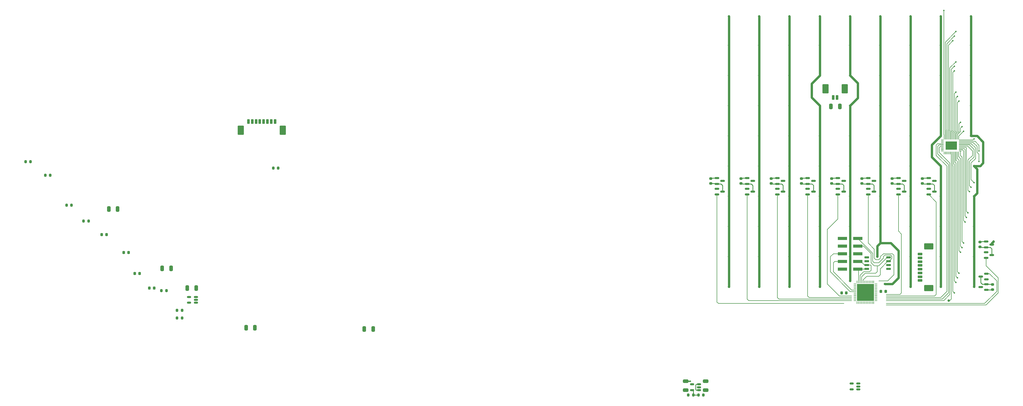
<source format=gbr>
%TF.GenerationSoftware,KiCad,Pcbnew,7.0.7+dfsg-1*%
%TF.CreationDate,2024-03-22T17:08:38+01:00*%
%TF.ProjectId,led_display,6c65645f-6469-4737-906c-61792e6b6963,rev?*%
%TF.SameCoordinates,Original*%
%TF.FileFunction,Copper,L2,Bot*%
%TF.FilePolarity,Positive*%
%FSLAX46Y46*%
G04 Gerber Fmt 4.6, Leading zero omitted, Abs format (unit mm)*
G04 Created by KiCad (PCBNEW 7.0.7+dfsg-1) date 2024-03-22 17:08:38*
%MOMM*%
%LPD*%
G01*
G04 APERTURE LIST*
G04 Aperture macros list*
%AMRoundRect*
0 Rectangle with rounded corners*
0 $1 Rounding radius*
0 $2 $3 $4 $5 $6 $7 $8 $9 X,Y pos of 4 corners*
0 Add a 4 corners polygon primitive as box body*
4,1,4,$2,$3,$4,$5,$6,$7,$8,$9,$2,$3,0*
0 Add four circle primitives for the rounded corners*
1,1,$1+$1,$2,$3*
1,1,$1+$1,$4,$5*
1,1,$1+$1,$6,$7*
1,1,$1+$1,$8,$9*
0 Add four rect primitives between the rounded corners*
20,1,$1+$1,$2,$3,$4,$5,0*
20,1,$1+$1,$4,$5,$6,$7,0*
20,1,$1+$1,$6,$7,$8,$9,0*
20,1,$1+$1,$8,$9,$2,$3,0*%
G04 Aperture macros list end*
%TA.AperFunction,SMDPad,CuDef*%
%ADD10RoundRect,0.250000X0.325000X0.650000X-0.325000X0.650000X-0.325000X-0.650000X0.325000X-0.650000X0*%
%TD*%
%TA.AperFunction,SMDPad,CuDef*%
%ADD11RoundRect,0.050000X-0.050000X0.362500X-0.050000X-0.362500X0.050000X-0.362500X0.050000X0.362500X0*%
%TD*%
%TA.AperFunction,SMDPad,CuDef*%
%ADD12RoundRect,0.050000X-0.362500X0.050000X-0.362500X-0.050000X0.362500X-0.050000X0.362500X0.050000X0*%
%TD*%
%TA.AperFunction,SMDPad,CuDef*%
%ADD13R,3.800000X2.800000*%
%TD*%
%TA.AperFunction,SMDPad,CuDef*%
%ADD14RoundRect,0.225000X-0.225000X-0.250000X0.225000X-0.250000X0.225000X0.250000X-0.225000X0.250000X0*%
%TD*%
%TA.AperFunction,SMDPad,CuDef*%
%ADD15RoundRect,0.150000X-0.587500X-0.150000X0.587500X-0.150000X0.587500X0.150000X-0.587500X0.150000X0*%
%TD*%
%TA.AperFunction,SMDPad,CuDef*%
%ADD16RoundRect,0.250000X0.650000X-0.325000X0.650000X0.325000X-0.650000X0.325000X-0.650000X-0.325000X0*%
%TD*%
%TA.AperFunction,SMDPad,CuDef*%
%ADD17RoundRect,0.200000X-0.275000X0.200000X-0.275000X-0.200000X0.275000X-0.200000X0.275000X0.200000X0*%
%TD*%
%TA.AperFunction,SMDPad,CuDef*%
%ADD18RoundRect,0.200000X0.200000X0.275000X-0.200000X0.275000X-0.200000X-0.275000X0.200000X-0.275000X0*%
%TD*%
%TA.AperFunction,SMDPad,CuDef*%
%ADD19RoundRect,0.225000X0.225000X0.250000X-0.225000X0.250000X-0.225000X-0.250000X0.225000X-0.250000X0*%
%TD*%
%TA.AperFunction,SMDPad,CuDef*%
%ADD20RoundRect,0.200000X-0.600000X0.200000X-0.600000X-0.200000X0.600000X-0.200000X0.600000X0.200000X0*%
%TD*%
%TA.AperFunction,SMDPad,CuDef*%
%ADD21RoundRect,0.250001X-1.249999X0.799999X-1.249999X-0.799999X1.249999X-0.799999X1.249999X0.799999X0*%
%TD*%
%TA.AperFunction,SMDPad,CuDef*%
%ADD22RoundRect,0.150000X0.587500X0.150000X-0.587500X0.150000X-0.587500X-0.150000X0.587500X-0.150000X0*%
%TD*%
%TA.AperFunction,SMDPad,CuDef*%
%ADD23RoundRect,0.200000X0.275000X-0.200000X0.275000X0.200000X-0.275000X0.200000X-0.275000X-0.200000X0*%
%TD*%
%TA.AperFunction,SMDPad,CuDef*%
%ADD24RoundRect,0.150000X0.512500X0.150000X-0.512500X0.150000X-0.512500X-0.150000X0.512500X-0.150000X0*%
%TD*%
%TA.AperFunction,SMDPad,CuDef*%
%ADD25RoundRect,0.200000X-0.200000X-0.275000X0.200000X-0.275000X0.200000X0.275000X-0.200000X0.275000X0*%
%TD*%
%TA.AperFunction,SMDPad,CuDef*%
%ADD26RoundRect,0.062500X-0.375000X-0.062500X0.375000X-0.062500X0.375000X0.062500X-0.375000X0.062500X0*%
%TD*%
%TA.AperFunction,SMDPad,CuDef*%
%ADD27RoundRect,0.062500X-0.062500X-0.375000X0.062500X-0.375000X0.062500X0.375000X-0.062500X0.375000X0*%
%TD*%
%TA.AperFunction,SMDPad,CuDef*%
%ADD28R,5.600000X5.600000*%
%TD*%
%TA.AperFunction,SMDPad,CuDef*%
%ADD29RoundRect,0.250000X-0.650000X0.325000X-0.650000X-0.325000X0.650000X-0.325000X0.650000X0.325000X0*%
%TD*%
%TA.AperFunction,SMDPad,CuDef*%
%ADD30RoundRect,0.200000X0.200000X0.600000X-0.200000X0.600000X-0.200000X-0.600000X0.200000X-0.600000X0*%
%TD*%
%TA.AperFunction,SMDPad,CuDef*%
%ADD31RoundRect,0.250001X0.799999X1.249999X-0.799999X1.249999X-0.799999X-1.249999X0.799999X-1.249999X0*%
%TD*%
%TA.AperFunction,SMDPad,CuDef*%
%ADD32RoundRect,0.150000X0.650000X0.150000X-0.650000X0.150000X-0.650000X-0.150000X0.650000X-0.150000X0*%
%TD*%
%TA.AperFunction,SMDPad,CuDef*%
%ADD33R,3.150000X1.000000*%
%TD*%
%TA.AperFunction,SMDPad,CuDef*%
%ADD34RoundRect,0.200000X-0.200000X-0.600000X0.200000X-0.600000X0.200000X0.600000X-0.200000X0.600000X0*%
%TD*%
%TA.AperFunction,SMDPad,CuDef*%
%ADD35RoundRect,0.250001X-0.799999X-1.249999X0.799999X-1.249999X0.799999X1.249999X-0.799999X1.249999X0*%
%TD*%
%TA.AperFunction,ViaPad*%
%ADD36C,0.500000*%
%TD*%
%TA.AperFunction,ViaPad*%
%ADD37C,0.800000*%
%TD*%
%TA.AperFunction,Conductor*%
%ADD38C,0.400000*%
%TD*%
%TA.AperFunction,Conductor*%
%ADD39C,0.250000*%
%TD*%
%TA.AperFunction,Conductor*%
%ADD40C,0.762000*%
%TD*%
%TA.AperFunction,Conductor*%
%ADD41C,0.200000*%
%TD*%
G04 APERTURE END LIST*
D10*
%TO.P,C8,1*%
%TO.N,+5V*%
X-86102620Y-118400000D03*
%TO.P,C8,2*%
%TO.N,GND*%
X-89052620Y-118400000D03*
%TD*%
D11*
%TO.P,U1,1,OUT0*%
%TO.N,Net-(D1-RK)*%
X161100000Y-68737500D03*
%TO.P,U1,2,OUT1*%
%TO.N,Net-(D1-GK)*%
X161500000Y-68737500D03*
%TO.P,U1,3,OUT2*%
%TO.N,Net-(D1-BK)*%
X161900000Y-68737500D03*
%TO.P,U1,4,OUT3*%
%TO.N,Net-(D11-RK)*%
X162300000Y-68737500D03*
%TO.P,U1,5,OUT4*%
%TO.N,Net-(D11-GK)*%
X162700000Y-68737500D03*
%TO.P,U1,6,OUT5*%
%TO.N,Net-(D11-BK)*%
X163100000Y-68737500D03*
%TO.P,U1,7,OUT6*%
%TO.N,Net-(D21-RK)*%
X163500000Y-68737500D03*
%TO.P,U1,8,OUT7*%
%TO.N,Net-(D21-GK)*%
X163900000Y-68737500D03*
%TO.P,U1,9,OUT8*%
%TO.N,Net-(D21-BK)*%
X164300000Y-68737500D03*
%TO.P,U1,10,OUT9*%
%TO.N,Net-(D31-RK)*%
X164700000Y-68737500D03*
%TO.P,U1,11,OUT10*%
%TO.N,Net-(D31-GK)*%
X165100000Y-68737500D03*
%TO.P,U1,12,OUT11*%
%TO.N,Net-(D31-BK)*%
X165500000Y-68737500D03*
%TO.P,U1,13,OUT12*%
%TO.N,Net-(D41-RK)*%
X165900000Y-68737500D03*
D12*
%TO.P,U1,14,OUT13*%
%TO.N,Net-(D41-GK)*%
X166462500Y-69400000D03*
%TO.P,U1,15,OUT14*%
%TO.N,Net-(D41-BK)*%
X166462500Y-69800000D03*
%TO.P,U1,16,OUT15*%
%TO.N,Net-(D51-RK)*%
X166462500Y-70200000D03*
%TO.P,U1,17,OUT16*%
%TO.N,Net-(D51-GK)*%
X166462500Y-70600000D03*
%TO.P,U1,18,OUT17*%
%TO.N,Net-(D51-BK)*%
X166462500Y-71000000D03*
%TO.P,U1,19,OUT18*%
%TO.N,Net-(D61-RK)*%
X166462500Y-71400000D03*
%TO.P,U1,20,OUT19*%
%TO.N,Net-(D61-GK)*%
X166462500Y-71800000D03*
%TO.P,U1,21,OUT20*%
%TO.N,Net-(D61-BK)*%
X166462500Y-72200000D03*
%TO.P,U1,22,OUT21*%
%TO.N,Net-(D71-RK)*%
X166462500Y-72600000D03*
%TO.P,U1,23,OUT22*%
%TO.N,Net-(D71-GK)*%
X166462500Y-73000000D03*
D11*
%TO.P,U1,24,OUT23*%
%TO.N,Net-(D71-BK)*%
X165900000Y-73662500D03*
%TO.P,U1,25,OUT24*%
%TO.N,Net-(D81-RK)*%
X165500000Y-73662500D03*
%TO.P,U1,26,OUT25*%
%TO.N,Net-(D81-GK)*%
X165100000Y-73662500D03*
%TO.P,U1,27,OUT26*%
%TO.N,Net-(D81-BK)*%
X164700000Y-73662500D03*
%TO.P,U1,28,OUT27*%
%TO.N,Net-(D100-RK)*%
X164300000Y-73662500D03*
%TO.P,U1,29,OUT28*%
%TO.N,Net-(D100-GK)*%
X163900000Y-73662500D03*
%TO.P,U1,30,OUT29*%
%TO.N,Net-(D100-BK)*%
X163500000Y-73662500D03*
%TO.P,U1,31,OUT30*%
%TO.N,unconnected-(U1-OUT30-Pad31)*%
X163100000Y-73662500D03*
%TO.P,U1,32,OUT31*%
%TO.N,unconnected-(U1-OUT31-Pad32)*%
X162700000Y-73662500D03*
%TO.P,U1,33,OUT32*%
%TO.N,unconnected-(U1-OUT32-Pad33)*%
X162300000Y-73662500D03*
%TO.P,U1,34,OUT33*%
%TO.N,unconnected-(U1-OUT33-Pad34)*%
X161900000Y-73662500D03*
%TO.P,U1,35,OUT34*%
%TO.N,unconnected-(U1-OUT34-Pad35)*%
X161500000Y-73662500D03*
%TO.P,U1,36,OUT35*%
%TO.N,unconnected-(U1-OUT35-Pad36)*%
X161100000Y-73662500D03*
D12*
%TO.P,U1,37,GND*%
%TO.N,GND*%
X160537500Y-73000000D03*
%TO.P,U1,38,ADDR0*%
X160537500Y-72600000D03*
%TO.P,U1,39,ADDR1*%
X160537500Y-72200000D03*
%TO.P,U1,40,VCC*%
%TO.N,+5V*%
X160537500Y-71800000D03*
%TO.P,U1,41,SDA*%
%TO.N,/DRIVER_SDA*%
X160537500Y-71400000D03*
%TO.P,U1,42,SCL*%
%TO.N,/DRIVER_SCL*%
X160537500Y-71000000D03*
%TO.P,U1,43,EN*%
%TO.N,/DRIVER_EN*%
X160537500Y-70600000D03*
%TO.P,U1,44,IREF*%
%TO.N,Net-(U1-IREF)*%
X160537500Y-70200000D03*
%TO.P,U1,45,VCAP*%
%TO.N,Net-(U1-VCAP)*%
X160537500Y-69800000D03*
%TO.P,U1,46,GND*%
%TO.N,GND*%
X160537500Y-69400000D03*
D13*
%TO.P,U1,47,GND*%
X163500000Y-71200000D03*
%TD*%
D14*
%TO.P,C6,1*%
%TO.N,+1V2*%
X140225000Y-119500000D03*
%TO.P,C6,2*%
%TO.N,GND*%
X141775000Y-119500000D03*
%TD*%
D15*
%TO.P,Q20,1,G*%
%TO.N,EN_ROW9*%
X175000000Y-108400000D03*
%TO.P,Q20,2,S*%
%TO.N,GND*%
X175000000Y-106500000D03*
%TO.P,Q20,3,D*%
%TO.N,Net-(Q10-G)*%
X176875000Y-107450000D03*
%TD*%
%TO.P,Q15,1,G*%
%TO.N,EN_ROW4*%
X126000000Y-87400000D03*
%TO.P,Q15,2,S*%
%TO.N,GND*%
X126000000Y-85500000D03*
%TO.P,Q15,3,D*%
%TO.N,Net-(Q15-D)*%
X127875000Y-86450000D03*
%TD*%
%TO.P,Q18,1,G*%
%TO.N,EN_ROW7*%
X156000000Y-87400000D03*
%TO.P,Q18,2,S*%
%TO.N,GND*%
X156000000Y-85500000D03*
%TO.P,Q18,3,D*%
%TO.N,Net-(Q18-D)*%
X157875000Y-86450000D03*
%TD*%
D16*
%TO.P,C11,1*%
%TO.N,+3.3V*%
X75644000Y-152167000D03*
%TO.P,C11,2*%
%TO.N,GND*%
X75644000Y-149217000D03*
%TD*%
D17*
%TO.P,R9,1*%
%TO.N,+5V*%
X153937500Y-82125000D03*
%TO.P,R9,2*%
%TO.N,Net-(Q18-D)*%
X153937500Y-83775000D03*
%TD*%
D18*
%TO.P,R18,1*%
%TO.N,Net-(U4-ADJ)*%
X-121702620Y-96230000D03*
%TO.P,R18,2*%
%TO.N,GND*%
X-123352620Y-96230000D03*
%TD*%
D19*
%TO.P,C14,1*%
%TO.N,+3.3V*%
X-104872620Y-113580000D03*
%TO.P,C14,2*%
%TO.N,GND*%
X-106422620Y-113580000D03*
%TD*%
D15*
%TO.P,Q8,1,G*%
%TO.N,Net-(Q18-D)*%
X156000000Y-83900000D03*
%TO.P,Q8,2,S*%
%TO.N,+5V*%
X156000000Y-82000000D03*
%TO.P,Q8,3,D*%
%TO.N,Net-(D18-BA)*%
X157875000Y-82950000D03*
%TD*%
D17*
%TO.P,R7,1*%
%TO.N,+5V*%
X133937500Y-82125000D03*
%TO.P,R7,2*%
%TO.N,Net-(Q16-D)*%
X133937500Y-83775000D03*
%TD*%
D15*
%TO.P,Q1,1,G*%
%TO.N,Net-(Q1-G)*%
X86000000Y-83900000D03*
%TO.P,Q1,2,S*%
%TO.N,+5V*%
X86000000Y-82000000D03*
%TO.P,Q1,3,D*%
%TO.N,Net-(D1-BA)*%
X87875000Y-82950000D03*
%TD*%
D18*
%TO.P,R19,1*%
%TO.N,+1V2*%
X-134372620Y-81030000D03*
%TO.P,R19,2*%
%TO.N,Net-(U5-ADJ)*%
X-136022620Y-81030000D03*
%TD*%
%TO.P,R1,1*%
%TO.N,Net-(U1-IREF)*%
X-95972620Y-119230000D03*
%TO.P,R1,2*%
%TO.N,GND*%
X-97622620Y-119230000D03*
%TD*%
D20*
%TO.P,J3,1,Pin_1*%
%TO.N,unconnected-(J3-Pin_1-Pad1)*%
X153100000Y-107125000D03*
%TO.P,J3,2,Pin_2*%
%TO.N,unconnected-(J3-Pin_2-Pad2)*%
X153100000Y-108375000D03*
%TO.P,J3,3,Pin_3*%
%TO.N,unconnected-(J3-Pin_3-Pad3)*%
X153100000Y-109625000D03*
%TO.P,J3,4,Pin_4*%
%TO.N,unconnected-(J3-Pin_4-Pad4)*%
X153100000Y-110875000D03*
%TO.P,J3,5,Pin_5*%
%TO.N,unconnected-(J3-Pin_5-Pad5)*%
X153100000Y-112125000D03*
%TO.P,J3,6,Pin_6*%
%TO.N,unconnected-(J3-Pin_6-Pad6)*%
X153100000Y-113375000D03*
%TO.P,J3,7,Pin_7*%
%TO.N,unconnected-(J3-Pin_7-Pad7)*%
X153100000Y-114625000D03*
%TO.P,J3,8,Pin_8*%
%TO.N,unconnected-(J3-Pin_8-Pad8)*%
X153100000Y-115875000D03*
D21*
%TO.P,J3,MP*%
%TO.N,N/C*%
X156000000Y-104575000D03*
X156000000Y-118425000D03*
%TD*%
D15*
%TO.P,Q3,1,G*%
%TO.N,Net-(Q13-D)*%
X106000000Y-83900000D03*
%TO.P,Q3,2,S*%
%TO.N,+5V*%
X106000000Y-82000000D03*
%TO.P,Q3,3,D*%
%TO.N,Net-(D13-BA)*%
X107875000Y-82950000D03*
%TD*%
D17*
%TO.P,R5,1*%
%TO.N,+5V*%
X113937500Y-82125000D03*
%TO.P,R5,2*%
%TO.N,Net-(Q14-D)*%
X113937500Y-83775000D03*
%TD*%
D18*
%TO.P,R12,1*%
%TO.N,+3.3V*%
X-90822620Y-125780000D03*
%TO.P,R12,2*%
%TO.N,/DRIVER_SDA*%
X-92472620Y-125780000D03*
%TD*%
D10*
%TO.P,C13,1*%
%TO.N,+1V2*%
X-66702620Y-131500000D03*
%TO.P,C13,2*%
%TO.N,GND*%
X-69652620Y-131500000D03*
%TD*%
D19*
%TO.P,C5,1*%
%TO.N,+1V2*%
X128775000Y-120000000D03*
%TO.P,C5,2*%
%TO.N,GND*%
X127225000Y-120000000D03*
%TD*%
D15*
%TO.P,Q16,1,G*%
%TO.N,EN_ROW5*%
X136000000Y-87400000D03*
%TO.P,Q16,2,S*%
%TO.N,GND*%
X136000000Y-85500000D03*
%TO.P,Q16,3,D*%
%TO.N,Net-(Q16-D)*%
X137875000Y-86450000D03*
%TD*%
%TO.P,Q13,1,G*%
%TO.N,EN_ROW2*%
X106000000Y-87400000D03*
%TO.P,Q13,2,S*%
%TO.N,GND*%
X106000000Y-85500000D03*
%TO.P,Q13,3,D*%
%TO.N,Net-(Q13-D)*%
X107875000Y-86450000D03*
%TD*%
%TO.P,Q2,1,G*%
%TO.N,Net-(Q12-D)*%
X96000000Y-83900000D03*
%TO.P,Q2,2,S*%
%TO.N,+5V*%
X96000000Y-82000000D03*
%TO.P,Q2,3,D*%
%TO.N,Net-(D12-BA)*%
X97875000Y-82950000D03*
%TD*%
D17*
%TO.P,R6,1*%
%TO.N,+5V*%
X123937500Y-82125000D03*
%TO.P,R6,2*%
%TO.N,Net-(Q15-D)*%
X123937500Y-83775000D03*
%TD*%
D10*
%TO.P,C12,1*%
%TO.N,+2V5*%
X-112092620Y-92200000D03*
%TO.P,C12,2*%
%TO.N,GND*%
X-115042620Y-92200000D03*
%TD*%
D18*
%TO.P,R13,1*%
%TO.N,+3.3V*%
X-127352620Y-90930000D03*
%TO.P,R13,2*%
%TO.N,/DRIVER_SCL*%
X-129002620Y-90930000D03*
%TD*%
D10*
%TO.P,C2,1*%
%TO.N,Net-(U1-VCAP)*%
X-94452620Y-111850000D03*
%TO.P,C2,2*%
%TO.N,GND*%
X-97402620Y-111850000D03*
%TD*%
D22*
%TO.P,Q9,1,G*%
%TO.N,Net-(Q19-D)*%
X175062500Y-117100000D03*
%TO.P,Q9,2,S*%
%TO.N,+5V*%
X175062500Y-119000000D03*
%TO.P,Q9,3,D*%
%TO.N,Net-(D19-BA)*%
X173187500Y-118050000D03*
%TD*%
D23*
%TO.P,R10,1*%
%TO.N,+5V*%
X177125000Y-118875000D03*
%TO.P,R10,2*%
%TO.N,Net-(Q19-D)*%
X177125000Y-117225000D03*
%TD*%
D24*
%TO.P,U4,1,VIN*%
%TO.N,+5V*%
X132775000Y-150000000D03*
%TO.P,U4,2,GND*%
%TO.N,GND*%
X132775000Y-150950000D03*
%TO.P,U4,3,EN*%
%TO.N,+5V*%
X132775000Y-151900000D03*
%TO.P,U4,4,ADJ*%
%TO.N,Net-(U4-ADJ)*%
X130500000Y-151900000D03*
%TO.P,U4,5,VOUT*%
%TO.N,+2V5*%
X130500000Y-150000000D03*
%TD*%
D15*
%TO.P,Q17,1,G*%
%TO.N,EN_ROW6*%
X146000000Y-87400000D03*
%TO.P,Q17,2,S*%
%TO.N,GND*%
X146000000Y-85500000D03*
%TO.P,Q17,3,D*%
%TO.N,Net-(Q17-D)*%
X147875000Y-86450000D03*
%TD*%
D22*
%TO.P,Q19,1,G*%
%TO.N,EN_ROW8*%
X175062500Y-113600000D03*
%TO.P,Q19,2,S*%
%TO.N,GND*%
X175062500Y-115500000D03*
%TO.P,Q19,3,D*%
%TO.N,Net-(Q19-D)*%
X173187500Y-114550000D03*
%TD*%
D24*
%TO.P,U5,1,VIN*%
%TO.N,+5V*%
X-86190120Y-121350000D03*
%TO.P,U5,2,GND*%
%TO.N,GND*%
X-86190120Y-122300000D03*
%TO.P,U5,3,EN*%
%TO.N,+5V*%
X-86190120Y-123250000D03*
%TO.P,U5,4,ADJ*%
%TO.N,Net-(U5-ADJ)*%
X-88465120Y-123250000D03*
%TO.P,U5,5,VOUT*%
%TO.N,+1V2*%
X-88465120Y-121350000D03*
%TD*%
%TO.P,U3,5,VOUT*%
%TO.N,+3.3V*%
X77808500Y-150250000D03*
%TO.P,U3,4,ADJ*%
%TO.N,Net-(U3-ADJ)*%
X77808500Y-152150000D03*
%TO.P,U3,3,EN*%
%TO.N,+5V*%
X80083500Y-152150000D03*
%TO.P,U3,2,GND*%
%TO.N,GND*%
X80083500Y-151200000D03*
%TO.P,U3,1,VIN*%
%TO.N,+5V*%
X80083500Y-150250000D03*
%TD*%
D25*
%TO.P,R16,1*%
%TO.N,Net-(U3-ADJ)*%
X79899000Y-153740000D03*
%TO.P,R16,2*%
%TO.N,GND*%
X81549000Y-153740000D03*
%TD*%
D10*
%TO.P,C3,1*%
%TO.N,+5V*%
X126649000Y-58236000D03*
%TO.P,C3,2*%
%TO.N,GND*%
X123699000Y-58236000D03*
%TD*%
D15*
%TO.P,Q7,1,G*%
%TO.N,Net-(Q17-D)*%
X146000000Y-83900000D03*
%TO.P,Q7,2,S*%
%TO.N,+5V*%
X146000000Y-82000000D03*
%TO.P,Q7,3,D*%
%TO.N,Net-(D17-BA)*%
X147875000Y-82950000D03*
%TD*%
%TO.P,Q12,1,G*%
%TO.N,EN_ROW1*%
X96000000Y-87400000D03*
%TO.P,Q12,2,S*%
%TO.N,GND*%
X96000000Y-85500000D03*
%TO.P,Q12,3,D*%
%TO.N,Net-(Q12-D)*%
X97875000Y-86450000D03*
%TD*%
D17*
%TO.P,R4,1*%
%TO.N,+5V*%
X103937500Y-82125000D03*
%TO.P,R4,2*%
%TO.N,Net-(Q13-D)*%
X103937500Y-83775000D03*
%TD*%
D25*
%TO.P,R15,2*%
%TO.N,Net-(U3-ADJ)*%
X78184000Y-153740000D03*
%TO.P,R15,1*%
%TO.N,+3.3V*%
X76534000Y-153740000D03*
%TD*%
D17*
%TO.P,R3,1*%
%TO.N,+5V*%
X93937500Y-82125000D03*
%TO.P,R3,2*%
%TO.N,Net-(Q12-D)*%
X93937500Y-83775000D03*
%TD*%
D26*
%TO.P,U2,1,VCCIO_2*%
%TO.N,+3.3V*%
X131662500Y-122550000D03*
%TO.P,U2,2,IOB_6a*%
%TO.N,unconnected-(U2C-IOB_6a-Pad2)*%
X131662500Y-122050000D03*
%TO.P,U2,3,IOB_9b*%
%TO.N,unconnected-(U2C-IOB_9b-Pad3)*%
X131662500Y-121550000D03*
%TO.P,U2,4,IOB_8a*%
%TO.N,unconnected-(U2C-IOB_8a-Pad4)*%
X131662500Y-121050000D03*
%TO.P,U2,5,VCC*%
%TO.N,+1V2*%
X131662500Y-120550000D03*
%TO.P,U2,6,IOB_13b*%
%TO.N,unconnected-(U2B-IOB_13b-Pad6)*%
X131662500Y-120050000D03*
%TO.P,U2,7,CDONE*%
%TO.N,/FPGA_DONE*%
X131662500Y-119550000D03*
%TO.P,U2,8,~{CRESET}*%
%TO.N,/~{FPGA_RESET}*%
X131662500Y-119050000D03*
%TO.P,U2,9,IOB_16a*%
%TO.N,unconnected-(U2B-IOB_16a-Pad9)*%
X131662500Y-118550000D03*
%TO.P,U2,10,IOB_18a*%
%TO.N,unconnected-(U2B-IOB_18a-Pad10)*%
X131662500Y-118050000D03*
%TO.P,U2,11,IOB_20a*%
%TO.N,unconnected-(U2B-IOB_20a-Pad11)*%
X131662500Y-117550000D03*
%TO.P,U2,12,IOB_22b*%
%TO.N,unconnected-(U2B-IOB_22b-Pad12)*%
X131662500Y-117050000D03*
D27*
%TO.P,U2,13,IOB_24a*%
%TO.N,unconnected-(U2B-IOB_24a-Pad13)*%
X132350000Y-116362500D03*
%TO.P,U2,14,IOB_32a_SPI_SO*%
%TO.N,/FLASH_MOSI*%
X132850000Y-116362500D03*
%TO.P,U2,15,IOB_34a_SPI_SCK*%
%TO.N,/FLASH_CLK*%
X133350000Y-116362500D03*
%TO.P,U2,16,IOB_35b_SPI_SS*%
%TO.N,/~{FLASH_CS}*%
X133850000Y-116362500D03*
%TO.P,U2,17,IOB_33b_SPI_SI*%
%TO.N,/FLASH_MISO*%
X134350000Y-116362500D03*
%TO.P,U2,18,IOB_31b*%
%TO.N,unconnected-(U2B-IOB_31b-Pad18)*%
X134850000Y-116362500D03*
%TO.P,U2,19,IOB_29b*%
%TO.N,unconnected-(U2B-IOB_29b-Pad19)*%
X135350000Y-116362500D03*
%TO.P,U2,20,IOB_25b_G3*%
%TO.N,unconnected-(U2B-IOB_25b_G3-Pad20)*%
X135850000Y-116362500D03*
%TO.P,U2,21,IOB_23b*%
%TO.N,unconnected-(U2B-IOB_23b-Pad21)*%
X136350000Y-116362500D03*
%TO.P,U2,22,SPI_VCCIO1*%
%TO.N,+3.3V*%
X136850000Y-116362500D03*
%TO.P,U2,23,IOT_37a*%
%TO.N,unconnected-(U2A-IOT_37a-Pad23)*%
X137350000Y-116362500D03*
%TO.P,U2,24,VPP_2V5*%
%TO.N,+2V5*%
X137850000Y-116362500D03*
D26*
%TO.P,U2,25,IOT_36b*%
%TO.N,unconnected-(U2A-IOT_36b-Pad25)*%
X138537500Y-117050000D03*
%TO.P,U2,26,IOT_39a*%
%TO.N,unconnected-(U2A-IOT_39a-Pad26)*%
X138537500Y-117550000D03*
%TO.P,U2,27,IOT_38b*%
%TO.N,unconnected-(U2A-IOT_38b-Pad27)*%
X138537500Y-118050000D03*
%TO.P,U2,28,IOT_41a*%
%TO.N,unconnected-(U2A-IOT_41a-Pad28)*%
X138537500Y-118550000D03*
%TO.P,U2,29,VCCPLL*%
%TO.N,+1V2*%
X138537500Y-119050000D03*
%TO.P,U2,30,VCC*%
X138537500Y-119550000D03*
%TO.P,U2,31,IOT_42b*%
%TO.N,unconnected-(U2A-IOT_42b-Pad31)*%
X138537500Y-120050000D03*
%TO.P,U2,32,IOT_43a*%
%TO.N,unconnected-(U2A-IOT_43a-Pad32)*%
X138537500Y-120550000D03*
%TO.P,U2,33,VCCIO_0*%
%TO.N,+3.3V*%
X138537500Y-121050000D03*
%TO.P,U2,34,IOT_44b*%
%TO.N,unconnected-(U2A-IOT_44b-Pad34)*%
X138537500Y-121550000D03*
%TO.P,U2,35,IOT_46b_G0*%
%TO.N,unconnected-(U2A-IOT_46b_G0-Pad35)*%
X138537500Y-122050000D03*
%TO.P,U2,36,IOT_48b*%
%TO.N,unconnected-(U2A-IOT_48b-Pad36)*%
X138537500Y-122550000D03*
D27*
%TO.P,U2,37,IOT_45a_G1*%
%TO.N,unconnected-(U2A-IOT_45a_G1-Pad37)*%
X137850000Y-123237500D03*
%TO.P,U2,38,IOT_50b*%
%TO.N,unconnected-(U2A-IOT_50b-Pad38)*%
X137350000Y-123237500D03*
%TO.P,U2,39,RGB0*%
%TO.N,unconnected-(U2A-RGB0-Pad39)*%
X136850000Y-123237500D03*
%TO.P,U2,40,RGB1*%
%TO.N,unconnected-(U2A-RGB1-Pad40)*%
X136350000Y-123237500D03*
%TO.P,U2,41,RGB2*%
%TO.N,unconnected-(U2A-RGB2-Pad41)*%
X135850000Y-123237500D03*
%TO.P,U2,42,IOT_51a*%
%TO.N,unconnected-(U2A-IOT_51a-Pad42)*%
X135350000Y-123237500D03*
%TO.P,U2,43,IOT_49a*%
%TO.N,unconnected-(U2A-IOT_49a-Pad43)*%
X134850000Y-123237500D03*
%TO.P,U2,44,IOB_3b_G6*%
%TO.N,/DRIVER_SDA*%
X134350000Y-123237500D03*
%TO.P,U2,45,IOB_5b*%
%TO.N,unconnected-(U2C-IOB_5b-Pad45)*%
X133850000Y-123237500D03*
%TO.P,U2,46,IOB_0a*%
%TO.N,unconnected-(U2C-IOB_0a-Pad46)*%
X133350000Y-123237500D03*
%TO.P,U2,47,IOB_2a*%
%TO.N,/DRIVER_SCL*%
X132850000Y-123237500D03*
%TO.P,U2,48,IOB_4a*%
%TO.N,/DRIVER_EN*%
X132350000Y-123237500D03*
D28*
%TO.P,U2,49,GND*%
%TO.N,GND*%
X135100000Y-119800000D03*
%TD*%
D29*
%TO.P,C7,1*%
%TO.N,+5V*%
X82248000Y-149217000D03*
%TO.P,C7,2*%
%TO.N,GND*%
X82248000Y-152167000D03*
%TD*%
D15*
%TO.P,Q14,1,G*%
%TO.N,EN_ROW3*%
X116000000Y-87400000D03*
%TO.P,Q14,2,S*%
%TO.N,GND*%
X116000000Y-85500000D03*
%TO.P,Q14,3,D*%
%TO.N,Net-(Q14-D)*%
X117875000Y-86450000D03*
%TD*%
D18*
%TO.P,R14,1*%
%TO.N,/DRIVER_EN*%
X-140882620Y-76580000D03*
%TO.P,R14,2*%
%TO.N,GND*%
X-142532620Y-76580000D03*
%TD*%
D30*
%TO.P,J2,1,Pin_1*%
%TO.N,unconnected-(J2-Pin_1-Pad1)*%
X-60092620Y-63230000D03*
%TO.P,J2,2,Pin_2*%
%TO.N,unconnected-(J2-Pin_2-Pad2)*%
X-61342620Y-63230000D03*
%TO.P,J2,3,Pin_3*%
%TO.N,unconnected-(J2-Pin_3-Pad3)*%
X-62592620Y-63230000D03*
%TO.P,J2,4,Pin_4*%
%TO.N,unconnected-(J2-Pin_4-Pad4)*%
X-63842620Y-63230000D03*
%TO.P,J2,5,Pin_5*%
%TO.N,unconnected-(J2-Pin_5-Pad5)*%
X-65092620Y-63230000D03*
%TO.P,J2,6,Pin_6*%
%TO.N,unconnected-(J2-Pin_6-Pad6)*%
X-66342620Y-63230000D03*
%TO.P,J2,7,Pin_7*%
%TO.N,unconnected-(J2-Pin_7-Pad7)*%
X-67592620Y-63230000D03*
%TO.P,J2,8,Pin_8*%
%TO.N,unconnected-(J2-Pin_8-Pad8)*%
X-68842620Y-63230000D03*
D31*
%TO.P,J2,MP*%
%TO.N,N/C*%
X-57542620Y-66130000D03*
X-71392620Y-66130000D03*
%TD*%
D10*
%TO.P,C9,1*%
%TO.N,+5V*%
X-27652620Y-131940000D03*
%TO.P,C9,2*%
%TO.N,GND*%
X-30602620Y-131940000D03*
%TD*%
D15*
%TO.P,Q4,1,G*%
%TO.N,Net-(Q14-D)*%
X116000000Y-83900000D03*
%TO.P,Q4,2,S*%
%TO.N,+5V*%
X116000000Y-82000000D03*
%TO.P,Q4,3,D*%
%TO.N,Net-(D14-BA)*%
X117875000Y-82950000D03*
%TD*%
D32*
%TO.P,U6,1,~{CS}*%
%TO.N,/~{FLASH_CS}*%
X142700000Y-108230000D03*
%TO.P,U6,2,DO(IO1)*%
%TO.N,/FLASH_MISO*%
X142700000Y-109500000D03*
%TO.P,U6,3,IO2*%
%TO.N,+3.3V*%
X142700000Y-110770000D03*
%TO.P,U6,4,GND*%
%TO.N,GND*%
X142700000Y-112040000D03*
%TO.P,U6,5,DI(IO0)*%
%TO.N,/FLASH_MOSI*%
X135500000Y-112040000D03*
%TO.P,U6,6,CLK*%
%TO.N,/FLASH_CLK*%
X135500000Y-110770000D03*
%TO.P,U6,7,IO3*%
%TO.N,+3.3V*%
X135500000Y-109500000D03*
%TO.P,U6,8,VCC*%
X135500000Y-108230000D03*
%TD*%
D15*
%TO.P,Q11,1,G*%
%TO.N,EN_ROW0*%
X86000000Y-87400000D03*
%TO.P,Q11,2,S*%
%TO.N,GND*%
X86000000Y-85500000D03*
%TO.P,Q11,3,D*%
%TO.N,Net-(Q1-G)*%
X87875000Y-86450000D03*
%TD*%
%TO.P,Q6,1,G*%
%TO.N,Net-(Q16-D)*%
X136000000Y-83900000D03*
%TO.P,Q6,2,S*%
%TO.N,+5V*%
X136000000Y-82000000D03*
%TO.P,Q6,3,D*%
%TO.N,Net-(D16-BA)*%
X137875000Y-82950000D03*
%TD*%
D18*
%TO.P,R20,1*%
%TO.N,Net-(U5-ADJ)*%
X-59032620Y-78680000D03*
%TO.P,R20,2*%
%TO.N,GND*%
X-60682620Y-78680000D03*
%TD*%
D15*
%TO.P,Q10,1,G*%
%TO.N,Net-(Q10-G)*%
X175000000Y-104900000D03*
%TO.P,Q10,2,S*%
%TO.N,+5V*%
X175000000Y-103000000D03*
%TO.P,Q10,3,D*%
%TO.N,Net-(D10-BA)*%
X176875000Y-103950000D03*
%TD*%
D17*
%TO.P,R8,1*%
%TO.N,+5V*%
X143937500Y-82125000D03*
%TO.P,R8,2*%
%TO.N,Net-(Q17-D)*%
X143937500Y-83775000D03*
%TD*%
%TO.P,R2,1*%
%TO.N,+5V*%
X83937500Y-82125000D03*
%TO.P,R2,2*%
%TO.N,Net-(Q1-G)*%
X83937500Y-83775000D03*
%TD*%
D19*
%TO.P,C4,1*%
%TO.N,+2V5*%
X-100032620Y-118390000D03*
%TO.P,C4,2*%
%TO.N,GND*%
X-101582620Y-118390000D03*
%TD*%
%TO.P,C1,1*%
%TO.N,+5V*%
X-115802620Y-100680000D03*
%TO.P,C1,2*%
%TO.N,GND*%
X-117352620Y-100680000D03*
%TD*%
D33*
%TO.P,J4,1,Pin_1*%
%TO.N,+3.3V*%
X127500000Y-112080000D03*
%TO.P,J4,2,Pin_2*%
%TO.N,/FLASH_MOSI*%
X132550000Y-112080000D03*
%TO.P,J4,3,Pin_3*%
%TO.N,/~{FPGA_RESET}*%
X127500000Y-109540000D03*
%TO.P,J4,4,Pin_4*%
%TO.N,/FLASH_CLK*%
X132550000Y-109540000D03*
%TO.P,J4,5,Pin_5*%
%TO.N,/FPGA_DONE*%
X127500000Y-107000000D03*
%TO.P,J4,6,Pin_6*%
%TO.N,unconnected-(J4-Pin_6-Pad6)*%
X132550000Y-107000000D03*
%TO.P,J4,7,Pin_7*%
%TO.N,GND*%
X127500000Y-104460000D03*
%TO.P,J4,8,Pin_8*%
%TO.N,/~{FLASH_CS}*%
X132550000Y-104460000D03*
%TO.P,J4,9,Pin_9*%
%TO.N,GND*%
X127500000Y-101920000D03*
%TO.P,J4,10,Pin_10*%
%TO.N,/FLASH_MISO*%
X132550000Y-101920000D03*
%TD*%
D17*
%TO.P,R11,1*%
%TO.N,+5V*%
X172937500Y-103125000D03*
%TO.P,R11,2*%
%TO.N,Net-(Q10-G)*%
X172937500Y-104775000D03*
%TD*%
D19*
%TO.P,C10,1*%
%TO.N,+3.3V*%
X-108512620Y-106620000D03*
%TO.P,C10,2*%
%TO.N,GND*%
X-110062620Y-106620000D03*
%TD*%
D15*
%TO.P,Q5,1,G*%
%TO.N,Net-(Q15-D)*%
X126000000Y-83900000D03*
%TO.P,Q5,2,S*%
%TO.N,+5V*%
X126000000Y-82000000D03*
%TO.P,Q5,3,D*%
%TO.N,Net-(D15-BA)*%
X127875000Y-82950000D03*
%TD*%
D18*
%TO.P,R17,1*%
%TO.N,+2V5*%
X-90822620Y-128290000D03*
%TO.P,R17,2*%
%TO.N,Net-(U4-ADJ)*%
X-92472620Y-128290000D03*
%TD*%
D34*
%TO.P,J1,1,Pin_1*%
%TO.N,GND*%
X124422000Y-55294000D03*
%TO.P,J1,2,Pin_2*%
%TO.N,+5V*%
X125672000Y-55294000D03*
D35*
%TO.P,J1,MP*%
%TO.N,N/C*%
X121872000Y-52394000D03*
X128222000Y-52394000D03*
%TD*%
D36*
%TO.N,GND*%
X77168000Y-149217000D03*
%TO.N,Net-(D1-RK)*%
X161000000Y-26500000D03*
%TO.N,Net-(D1-GK)*%
X165000000Y-33500000D03*
%TO.N,Net-(D1-BK)*%
X164500000Y-35000000D03*
D37*
%TO.N,Net-(D1-BA)*%
X90000000Y-78000000D03*
X90000000Y-58000000D03*
X90000000Y-38000000D03*
X90000000Y-68000000D03*
X90000000Y-108000000D03*
X90000000Y-88000000D03*
X90000000Y-98000000D03*
X90000000Y-118000000D03*
X90000000Y-48000000D03*
X90000000Y-28500000D03*
%TO.N,Net-(D12-BA)*%
X100000000Y-68000000D03*
X100000000Y-118000000D03*
X100000000Y-48000000D03*
X100000000Y-108000000D03*
X100000000Y-78000000D03*
X100000000Y-88000000D03*
X100000000Y-28500000D03*
X100000000Y-98000000D03*
X100000000Y-38000000D03*
X100000000Y-58000000D03*
%TO.N,Net-(D13-BA)*%
X110000000Y-88000000D03*
X110000000Y-28500000D03*
X110000000Y-98000000D03*
X110000000Y-38000000D03*
X110000000Y-78000000D03*
X110000000Y-68000000D03*
X110000000Y-108000000D03*
X110000000Y-58000000D03*
X110000000Y-48000000D03*
X110000000Y-118000000D03*
%TO.N,Net-(D14-BA)*%
X120000000Y-28500000D03*
X120000000Y-78000000D03*
X120000000Y-88000000D03*
X120000000Y-108000000D03*
X120000000Y-58000000D03*
X120000000Y-68000000D03*
X120000000Y-118000000D03*
X120000000Y-38000000D03*
X120000000Y-48000000D03*
X120000000Y-98000000D03*
%TO.N,Net-(D15-BA)*%
X130000000Y-88000000D03*
X130000000Y-28500000D03*
X130000000Y-48000000D03*
X130000000Y-58000000D03*
X130000000Y-108000000D03*
X130000000Y-38000000D03*
X130000000Y-98000000D03*
X130000000Y-116000000D03*
X130000000Y-78000000D03*
X130000000Y-68000000D03*
%TO.N,Net-(D16-BA)*%
X140000000Y-78000000D03*
X140000000Y-28500000D03*
X140000000Y-58000000D03*
X139000000Y-108000000D03*
X140000000Y-48000000D03*
X140000000Y-68000000D03*
X140000000Y-88000000D03*
X140000000Y-38000000D03*
X141500000Y-117000000D03*
X140000000Y-98000000D03*
%TO.N,Net-(D17-BA)*%
X150000000Y-68000000D03*
X150000000Y-78000000D03*
X150000000Y-48000000D03*
X150000000Y-38000000D03*
X150000000Y-108000000D03*
X150000000Y-28500000D03*
X150000000Y-88000000D03*
X150000000Y-118000000D03*
X150000000Y-58000000D03*
X150000000Y-98000000D03*
%TO.N,Net-(D18-BA)*%
X160000000Y-58000000D03*
X160000000Y-38000000D03*
X160000000Y-48000000D03*
X160000000Y-88000000D03*
X160000000Y-98000000D03*
X160000000Y-68000000D03*
X160000000Y-28500000D03*
X160000000Y-78000000D03*
X160000000Y-118000000D03*
X160000000Y-108000000D03*
%TO.N,Net-(D19-BA)*%
X171000000Y-98000000D03*
X171000000Y-108000000D03*
X171000000Y-78000000D03*
X170000000Y-28500000D03*
X170000000Y-38000000D03*
X171000000Y-118000000D03*
X171000000Y-88000000D03*
X170000000Y-68000000D03*
X170000000Y-48000000D03*
X170000000Y-58000000D03*
%TO.N,Net-(D10-BA)*%
X177400000Y-103000000D03*
D36*
%TO.N,Net-(D11-RK)*%
X164000000Y-36500000D03*
%TO.N,Net-(D11-GK)*%
X165000000Y-43500000D03*
%TO.N,Net-(D11-BK)*%
X164500000Y-45000000D03*
%TO.N,Net-(D21-RK)*%
X164500000Y-46500000D03*
%TO.N,Net-(D21-GK)*%
X165000000Y-53500000D03*
%TO.N,Net-(D21-BK)*%
X165500000Y-55000000D03*
%TO.N,Net-(D31-RK)*%
X166000000Y-56500000D03*
%TO.N,Net-(D31-GK)*%
X166500000Y-63500000D03*
%TO.N,Net-(D31-BK)*%
X167000000Y-65000000D03*
%TO.N,Net-(D41-RK)*%
X167500000Y-66500000D03*
%TO.N,Net-(D41-GK)*%
X171000000Y-69000000D03*
%TO.N,Net-(D41-BK)*%
X172600000Y-73000000D03*
%TO.N,Net-(D51-RK)*%
X172600000Y-76500000D03*
%TO.N,Net-(D51-GK)*%
X171000000Y-83500000D03*
%TO.N,Net-(D51-BK)*%
X170000000Y-85000000D03*
%TO.N,Net-(D61-RK)*%
X169500000Y-86500000D03*
%TO.N,Net-(D61-GK)*%
X169000000Y-93500000D03*
%TO.N,Net-(D61-BK)*%
X168500000Y-95000000D03*
%TO.N,Net-(D71-RK)*%
X168000000Y-96500000D03*
%TO.N,Net-(D71-GK)*%
X167500000Y-103500000D03*
%TO.N,Net-(D71-BK)*%
X167000000Y-105000000D03*
%TO.N,Net-(D81-RK)*%
X166500000Y-106500000D03*
%TO.N,Net-(D81-GK)*%
X166000000Y-113500000D03*
%TO.N,Net-(D81-BK)*%
X165500000Y-115000000D03*
%TO.N,Net-(D100-RK)*%
X165000000Y-116500000D03*
%TO.N,Net-(D100-GK)*%
X164500000Y-120000000D03*
D37*
%TO.N,Net-(D100-BK)*%
X162600000Y-122500000D03*
%TD*%
D38*
%TO.N,GND*%
X77168000Y-149217000D02*
X75644000Y-149217000D01*
D39*
%TO.N,+5V*%
X80083500Y-152150000D02*
X79134000Y-152150000D01*
X78946000Y-151962000D02*
X78946000Y-150438000D01*
X78946000Y-150438000D02*
X79134000Y-150250000D01*
X79134000Y-152150000D02*
X78946000Y-151962000D01*
X79134000Y-150250000D02*
X80083500Y-150250000D01*
%TO.N,Net-(U3-ADJ)*%
X78184000Y-153740000D02*
X78184000Y-152525500D01*
X78184000Y-152525500D02*
X77808500Y-152150000D01*
X79899000Y-153740000D02*
X78184000Y-153740000D01*
D40*
%TO.N,Net-(D15-BA)*%
X130000000Y-48000000D02*
X132540000Y-50540000D01*
X132540000Y-55460000D02*
X130000000Y-58000000D01*
X132540000Y-50540000D02*
X132540000Y-55460000D01*
%TO.N,Net-(D14-BA)*%
X120000000Y-48000000D02*
X117300000Y-50700000D01*
X117300000Y-50700000D02*
X117300000Y-55300000D01*
X117300000Y-55300000D02*
X120000000Y-58000000D01*
D39*
%TO.N,+5V*%
X175062500Y-119000000D02*
X177000000Y-119000000D01*
X106000000Y-82000000D02*
X104062500Y-82000000D01*
X144062500Y-82000000D02*
X143937500Y-82125000D01*
X126000000Y-82000000D02*
X124062500Y-82000000D01*
X173062500Y-103000000D02*
X172937500Y-103125000D01*
X177000000Y-119000000D02*
X177125000Y-118875000D01*
X83937500Y-82125000D02*
X83812500Y-82000000D01*
X95062500Y-82000000D02*
X94062500Y-82000000D01*
X136000000Y-82000000D02*
X134062500Y-82000000D01*
X123937500Y-82125000D02*
X123812500Y-82000000D01*
X104062500Y-82000000D02*
X103937500Y-82125000D01*
X96000000Y-82000000D02*
X95062500Y-82000000D01*
X134062500Y-82000000D02*
X133937500Y-82125000D01*
X93937500Y-82125000D02*
X93812500Y-82000000D01*
X116000000Y-82000000D02*
X114062500Y-82000000D01*
X114062500Y-82000000D02*
X113937500Y-82125000D01*
X124062500Y-82000000D02*
X123937500Y-82125000D01*
X175000000Y-103000000D02*
X173062500Y-103000000D01*
X103937500Y-82125000D02*
X103812500Y-82000000D01*
X133937500Y-82125000D02*
X133812500Y-82000000D01*
X156000000Y-82000000D02*
X154062500Y-82000000D01*
X154062500Y-82000000D02*
X153937500Y-82125000D01*
X146000000Y-82000000D02*
X144062500Y-82000000D01*
X84062500Y-82000000D02*
X83937500Y-82125000D01*
X85062500Y-82000000D02*
X84062500Y-82000000D01*
X94062500Y-82000000D02*
X93937500Y-82125000D01*
X113937500Y-82125000D02*
X113812500Y-82000000D01*
X86000000Y-82000000D02*
X85062500Y-82000000D01*
D41*
%TO.N,Net-(D1-RK)*%
X161100000Y-67665685D02*
X161100000Y-68737500D01*
X161000000Y-26500000D02*
X161000000Y-67565685D01*
X161000000Y-67565685D02*
X161100000Y-67665685D01*
%TO.N,Net-(D1-GK)*%
X161500000Y-37000000D02*
X161500000Y-68737500D01*
X165000000Y-33500000D02*
X161500000Y-37000000D01*
%TO.N,Net-(D1-BK)*%
X162000000Y-66000000D02*
X161900000Y-66100000D01*
X161900000Y-66100000D02*
X161900000Y-68737500D01*
X164500000Y-35000000D02*
X162000000Y-37500000D01*
X162000000Y-37500000D02*
X162000000Y-66000000D01*
D40*
%TO.N,Net-(D1-BA)*%
X90000000Y-38000000D02*
X90000000Y-48000000D01*
X90000000Y-98000000D02*
X90000000Y-108000000D01*
X90000000Y-48000000D02*
X90000000Y-58000000D01*
X90000000Y-28500000D02*
X90000000Y-38000000D01*
X90000000Y-78000000D02*
X90000000Y-88000000D01*
X90000000Y-88000000D02*
X90000000Y-98000000D01*
X90000000Y-58000000D02*
X90000000Y-68000000D01*
X90000000Y-108000000D02*
X90000000Y-118000000D01*
X90000000Y-68000000D02*
X90000000Y-78000000D01*
%TO.N,Net-(D12-BA)*%
X100000000Y-38000000D02*
X100000000Y-48000000D01*
X100000000Y-78000000D02*
X100000000Y-88000000D01*
X100000000Y-28500000D02*
X100000000Y-38000000D01*
X100000000Y-88000000D02*
X100000000Y-98000000D01*
X100000000Y-108000000D02*
X100000000Y-118000000D01*
X100000000Y-48000000D02*
X100000000Y-58000000D01*
X100000000Y-58000000D02*
X100000000Y-68000000D01*
X100000000Y-68000000D02*
X100000000Y-78000000D01*
X100000000Y-98000000D02*
X100000000Y-108000000D01*
%TO.N,Net-(D13-BA)*%
X110000000Y-88000000D02*
X110000000Y-98000000D01*
X110000000Y-48000000D02*
X110000000Y-58000000D01*
X110000000Y-68000000D02*
X110000000Y-78000000D01*
X110000000Y-78000000D02*
X110000000Y-88000000D01*
X110000000Y-38000000D02*
X110000000Y-48000000D01*
X110000000Y-58000000D02*
X110000000Y-68000000D01*
X110000000Y-28500000D02*
X110000000Y-38000000D01*
X110000000Y-98000000D02*
X110000000Y-108000000D01*
X110000000Y-108000000D02*
X110000000Y-118000000D01*
%TO.N,Net-(D14-BA)*%
X120000000Y-68000000D02*
X120000000Y-78000000D01*
X120000000Y-88000000D02*
X120000000Y-98000000D01*
X120000000Y-38000000D02*
X120000000Y-48000000D01*
X120000000Y-28500000D02*
X120000000Y-38000000D01*
X120000000Y-108000000D02*
X120000000Y-118000000D01*
X120000000Y-58000000D02*
X120000000Y-68000000D01*
X120000000Y-78000000D02*
X120000000Y-88000000D01*
X120000000Y-98000000D02*
X120000000Y-108000000D01*
%TO.N,Net-(D15-BA)*%
X130000000Y-38000000D02*
X130000000Y-48000000D01*
X130000000Y-108000000D02*
X130000000Y-116000000D01*
X130000000Y-58000000D02*
X130000000Y-68000000D01*
X130000000Y-68000000D02*
X130000000Y-78000000D01*
X130000000Y-88000000D02*
X130000000Y-98000000D01*
X130000000Y-98000000D02*
X130000000Y-108000000D01*
X130000000Y-78000000D02*
X130000000Y-88000000D01*
X130000000Y-28500000D02*
X130000000Y-38000000D01*
%TO.N,Net-(D16-BA)*%
X146000000Y-115000000D02*
X146000000Y-106000000D01*
X140000000Y-98000000D02*
X140000000Y-103500000D01*
X141500000Y-117000000D02*
X144000000Y-117000000D01*
X143500000Y-103500000D02*
X140000000Y-103500000D01*
X140000000Y-38000000D02*
X140000000Y-48000000D01*
X144000000Y-117000000D02*
X146000000Y-115000000D01*
X140000000Y-58000000D02*
X140000000Y-68000000D01*
X140000000Y-68000000D02*
X140000000Y-78000000D01*
X140000000Y-48000000D02*
X140000000Y-58000000D01*
X140000000Y-103500000D02*
X139000000Y-104500000D01*
X139000000Y-104500000D02*
X139000000Y-108000000D01*
X146000000Y-106000000D02*
X143500000Y-103500000D01*
X140000000Y-28500000D02*
X140000000Y-38000000D01*
X140000000Y-78000000D02*
X140000000Y-88000000D01*
X140000000Y-88000000D02*
X140000000Y-98000000D01*
%TO.N,Net-(D17-BA)*%
X150000000Y-98000000D02*
X150000000Y-108000000D01*
X150000000Y-28500000D02*
X150000000Y-30500000D01*
X150000000Y-108000000D02*
X150000000Y-118000000D01*
X150000000Y-68000000D02*
X150000000Y-78000000D01*
X150000000Y-58000000D02*
X150000000Y-68000000D01*
X150000000Y-30500000D02*
X150000000Y-38000000D01*
X150000000Y-48000000D02*
X150000000Y-58000000D01*
X150000000Y-78000000D02*
X150000000Y-88000000D01*
X150000000Y-38000000D02*
X150000000Y-48000000D01*
X150000000Y-88000000D02*
X150000000Y-98000000D01*
%TO.N,Net-(D18-BA)*%
X160000000Y-48000000D02*
X160000000Y-58000000D01*
X160000000Y-105000000D02*
X160000000Y-108000000D01*
X157000000Y-75000000D02*
X160000000Y-78000000D01*
X157000000Y-71000000D02*
X157000000Y-75000000D01*
X160000000Y-98000000D02*
X160000000Y-105000000D01*
X160000000Y-78000000D02*
X160000000Y-88000000D01*
X160000000Y-88000000D02*
X160000000Y-98000000D01*
X160000000Y-30500000D02*
X160000000Y-38000000D01*
X160000000Y-68000000D02*
X157000000Y-71000000D01*
X160000000Y-28500000D02*
X160000000Y-30500000D01*
X160000000Y-108000000D02*
X160000000Y-118000000D01*
X160000000Y-38000000D02*
X160000000Y-48000000D01*
X160000000Y-58000000D02*
X160000000Y-68000000D01*
%TO.N,Net-(D19-BA)*%
X172000000Y-68000000D02*
X170000000Y-68000000D01*
X171000000Y-108000000D02*
X171000000Y-98000000D01*
X174000000Y-77000000D02*
X174000000Y-70000000D01*
X173000000Y-78000000D02*
X174000000Y-77000000D01*
X171000000Y-78000000D02*
X173000000Y-78000000D01*
X172000000Y-87000000D02*
X172000000Y-79000000D01*
X170000000Y-31000000D02*
X170000000Y-38000000D01*
X170000000Y-28500000D02*
X170000000Y-31000000D01*
X170000000Y-38000000D02*
X170000000Y-48000000D01*
X171000000Y-118000000D02*
X171000000Y-108000000D01*
X171000000Y-98000000D02*
X171000000Y-88000000D01*
X174000000Y-70000000D02*
X172000000Y-68000000D01*
X170000000Y-58000000D02*
X170000000Y-68000000D01*
X170000000Y-48000000D02*
X170000000Y-58000000D01*
X172000000Y-79000000D02*
X171000000Y-78000000D01*
X171000000Y-88000000D02*
X172000000Y-87000000D01*
%TO.N,Net-(D10-BA)*%
X176875000Y-103525000D02*
X177400000Y-103000000D01*
X176875000Y-103950000D02*
X176875000Y-103525000D01*
D41*
%TO.N,Net-(D11-RK)*%
X162300000Y-66265686D02*
X162300000Y-68737500D01*
X162500000Y-38000000D02*
X162500000Y-66065686D01*
X162500000Y-66065686D02*
X162300000Y-66265686D01*
X164000000Y-36500000D02*
X162500000Y-38000000D01*
%TO.N,Net-(D11-GK)*%
X162700000Y-66431371D02*
X162700000Y-68737500D01*
X163000000Y-45500000D02*
X163000000Y-66131371D01*
X165000000Y-43500000D02*
X163000000Y-45500000D01*
X163000000Y-66131371D02*
X162700000Y-66431371D01*
%TO.N,Net-(D11-BK)*%
X163500000Y-46000000D02*
X163500000Y-66197057D01*
X163500000Y-66197057D02*
X163100000Y-66597057D01*
X164500000Y-45000000D02*
X163500000Y-46000000D01*
X163100000Y-66597057D02*
X163100000Y-68737500D01*
%TO.N,Net-(D21-RK)*%
X164000000Y-66262743D02*
X164000000Y-47000000D01*
X164000000Y-47000000D02*
X164500000Y-46500000D01*
X163500000Y-68737500D02*
X163500000Y-66762743D01*
X163500000Y-66762743D02*
X164000000Y-66262743D01*
%TO.N,Net-(D21-GK)*%
X163900000Y-66928429D02*
X164500000Y-66328429D01*
X164500000Y-66328429D02*
X164500000Y-54000000D01*
X164500000Y-54000000D02*
X165000000Y-53500000D01*
X163900000Y-68737500D02*
X163900000Y-66928429D01*
%TO.N,Net-(D21-BK)*%
X164300000Y-67094115D02*
X165000000Y-66394115D01*
X165000000Y-66394115D02*
X165000000Y-55500000D01*
X165000000Y-55500000D02*
X165500000Y-55000000D01*
X164300000Y-68737500D02*
X164300000Y-67094115D01*
%TO.N,Net-(D31-RK)*%
X164700000Y-68737500D02*
X164700000Y-67259801D01*
X165500000Y-66459801D02*
X165500000Y-57000000D01*
X165500000Y-57000000D02*
X166000000Y-56500000D01*
X164700000Y-67259801D02*
X165500000Y-66459801D01*
%TO.N,Net-(D31-GK)*%
X165100000Y-68737500D02*
X165100000Y-67425487D01*
X166000000Y-66525487D02*
X166000000Y-64000000D01*
X165100000Y-67425487D02*
X166000000Y-66525487D01*
X166000000Y-64000000D02*
X166500000Y-63500000D01*
%TO.N,Net-(D31-BK)*%
X167000000Y-65000000D02*
X166500000Y-65500000D01*
X165500000Y-67591173D02*
X166500000Y-66591173D01*
X165500000Y-68737500D02*
X165500000Y-67591173D01*
X166500000Y-66591173D02*
X166500000Y-65500000D01*
%TO.N,Net-(D41-RK)*%
X165900000Y-68737500D02*
X165900000Y-68100000D01*
X165900000Y-68100000D02*
X167500000Y-66500000D01*
%TO.N,Net-(D41-GK)*%
X170600000Y-69400000D02*
X166462500Y-69400000D01*
X171000000Y-69000000D02*
X170600000Y-69400000D01*
%TO.N,Net-(D41-BK)*%
X166462500Y-69800000D02*
X171300000Y-69800000D01*
X171300000Y-69800000D02*
X172600000Y-71100000D01*
X172600000Y-71100000D02*
X172600000Y-73000000D01*
%TO.N,Net-(D51-RK)*%
X170700000Y-70200000D02*
X172000000Y-71500000D01*
X172000000Y-73500000D02*
X172600000Y-74100000D01*
X166462500Y-70200000D02*
X170700000Y-70200000D01*
X172000000Y-71500000D02*
X172000000Y-73500000D01*
X172600000Y-74100000D02*
X172600000Y-76500000D01*
%TO.N,Net-(D51-GK)*%
X171000000Y-83500000D02*
X170000000Y-82500000D01*
X171500000Y-75500000D02*
X171500000Y-72000000D01*
X170100000Y-70600000D02*
X166462500Y-70600000D01*
X171500000Y-72000000D02*
X170100000Y-70600000D01*
X170000000Y-82500000D02*
X170000000Y-77000000D01*
X170000000Y-77000000D02*
X171500000Y-75500000D01*
%TO.N,Net-(D51-BK)*%
X171000000Y-75000000D02*
X171000000Y-72500000D01*
X169500000Y-84500000D02*
X169500000Y-76500000D01*
X170000000Y-85000000D02*
X169500000Y-84500000D01*
X169500000Y-71000000D02*
X166462500Y-71000000D01*
X171000000Y-72500000D02*
X169500000Y-71000000D01*
X169500000Y-76500000D02*
X171000000Y-75000000D01*
%TO.N,Net-(D61-RK)*%
X169000000Y-76000000D02*
X170500000Y-74500000D01*
X169500000Y-86500000D02*
X169000000Y-86000000D01*
X168900000Y-71400000D02*
X166462500Y-71400000D01*
X170500000Y-73000000D02*
X168900000Y-71400000D01*
X170500000Y-74500000D02*
X170500000Y-73000000D01*
X169000000Y-86000000D02*
X169000000Y-76000000D01*
%TO.N,Net-(D61-GK)*%
X169000000Y-93500000D02*
X168500000Y-93000000D01*
X168300000Y-71800000D02*
X166462500Y-71800000D01*
X168500000Y-72000000D02*
X168300000Y-71800000D01*
X168500000Y-93000000D02*
X168500000Y-72000000D01*
%TO.N,Net-(D61-BK)*%
X168500000Y-95000000D02*
X168000000Y-94500000D01*
X168000000Y-72500000D02*
X167700000Y-72200000D01*
X167700000Y-72200000D02*
X166462500Y-72200000D01*
X168000000Y-94500000D02*
X168000000Y-72500000D01*
%TO.N,Net-(D71-RK)*%
X168000000Y-96500000D02*
X167500000Y-96000000D01*
X167100000Y-72600000D02*
X166462500Y-72600000D01*
X167500000Y-73000000D02*
X167100000Y-72600000D01*
X167500000Y-96000000D02*
X167500000Y-73000000D01*
%TO.N,Net-(D71-GK)*%
X167000000Y-75000000D02*
X166500000Y-74500000D01*
X167500000Y-103500000D02*
X167000000Y-103000000D01*
X166500000Y-73037500D02*
X166462500Y-73000000D01*
X166500000Y-74500000D02*
X166500000Y-73037500D01*
X167000000Y-103000000D02*
X167000000Y-75000000D01*
%TO.N,Net-(D71-BK)*%
X166500000Y-104500000D02*
X167000000Y-105000000D01*
X165900000Y-74900000D02*
X166500000Y-75500000D01*
X165900000Y-73662500D02*
X165900000Y-74900000D01*
X166500000Y-75500000D02*
X166500000Y-104500000D01*
%TO.N,Net-(D81-RK)*%
X166000000Y-76000000D02*
X166000000Y-106000000D01*
X166000000Y-106000000D02*
X166500000Y-106500000D01*
X165500000Y-75500000D02*
X166000000Y-76000000D01*
X165500000Y-73662500D02*
X165500000Y-75500000D01*
%TO.N,Net-(D81-GK)*%
X165100000Y-76100000D02*
X165500000Y-76500000D01*
X165100000Y-73662500D02*
X165100000Y-76100000D01*
X165500000Y-113000000D02*
X166000000Y-113500000D01*
X165500000Y-76500000D02*
X165500000Y-113000000D01*
%TO.N,Net-(D81-BK)*%
X165000000Y-77000000D02*
X165000000Y-114500000D01*
X165000000Y-114500000D02*
X165500000Y-115000000D01*
X164700000Y-76700000D02*
X165000000Y-77000000D01*
X164700000Y-73662500D02*
X164700000Y-76700000D01*
%TO.N,Net-(D100-RK)*%
X164500000Y-116000000D02*
X165000000Y-116500000D01*
X164300000Y-77300000D02*
X164500000Y-77500000D01*
X164300000Y-73662500D02*
X164300000Y-77300000D01*
X164500000Y-77500000D02*
X164500000Y-116000000D01*
%TO.N,Net-(D100-GK)*%
X163900000Y-73662500D02*
X163900000Y-77900000D01*
X164000000Y-119500000D02*
X164500000Y-120000000D01*
X163900000Y-77900000D02*
X164000000Y-78000000D01*
X164000000Y-78000000D02*
X164000000Y-119500000D01*
%TO.N,Net-(D100-BK)*%
X163500000Y-122000000D02*
X163500000Y-73662500D01*
X163000000Y-122500000D02*
X163500000Y-122000000D01*
X162600000Y-122500000D02*
X163000000Y-122500000D01*
%TO.N,/FLASH_MOSI*%
X132850000Y-116362500D02*
X132850000Y-112380000D01*
X132550000Y-112080000D02*
X135460000Y-112080000D01*
X132850000Y-112380000D02*
X132550000Y-112080000D01*
X135460000Y-112080000D02*
X135500000Y-112040000D01*
%TO.N,/~{FPGA_RESET}*%
X125040000Y-109540000D02*
X127500000Y-109540000D01*
X130550000Y-119050000D02*
X124500000Y-113000000D01*
X125000000Y-109500000D02*
X125040000Y-109540000D01*
X124500000Y-113000000D02*
X124500000Y-110000000D01*
X124500000Y-110000000D02*
X125000000Y-109500000D01*
X131662500Y-119050000D02*
X130550000Y-119050000D01*
%TO.N,/FLASH_CLK*%
X134500000Y-113000000D02*
X136500000Y-113000000D01*
X133540000Y-109540000D02*
X132550000Y-109540000D01*
X137000000Y-111000000D02*
X136770000Y-110770000D01*
X135500000Y-110770000D02*
X134770000Y-110770000D01*
X133350000Y-114150000D02*
X134500000Y-113000000D01*
X137000000Y-112500000D02*
X137000000Y-111000000D01*
X133350000Y-116362500D02*
X133350000Y-114150000D01*
X136500000Y-113000000D02*
X137000000Y-112500000D01*
X136770000Y-110770000D02*
X135500000Y-110770000D01*
X134770000Y-110770000D02*
X133540000Y-109540000D01*
%TO.N,/FPGA_DONE*%
X130050000Y-119550000D02*
X123500000Y-113000000D01*
X123500000Y-113000000D02*
X123500000Y-108000000D01*
X123500000Y-108000000D02*
X124500000Y-107000000D01*
X131662500Y-119550000D02*
X130050000Y-119550000D01*
X124500000Y-107000000D02*
X127500000Y-107000000D01*
%TO.N,/~{FLASH_CS}*%
X137000000Y-110000000D02*
X137000000Y-106955000D01*
X138000000Y-111000000D02*
X137000000Y-110000000D01*
X135000000Y-113500000D02*
X138500000Y-113500000D01*
X138500000Y-113500000D02*
X139000000Y-113000000D01*
X139000000Y-111000000D02*
X138000000Y-111000000D01*
X139500000Y-111000000D02*
X142270000Y-108230000D01*
X134505000Y-104460000D02*
X132550000Y-104460000D01*
X139000000Y-113000000D02*
X139000000Y-111000000D01*
X137000000Y-106955000D02*
X134505000Y-104460000D01*
X133850000Y-116362500D02*
X133850000Y-114650000D01*
X139000000Y-111000000D02*
X139500000Y-111000000D01*
X142270000Y-108230000D02*
X142700000Y-108230000D01*
X133850000Y-114650000D02*
X135000000Y-113500000D01*
%TO.N,/FLASH_MISO*%
X142700000Y-109500000D02*
X142866396Y-109500000D01*
X141500000Y-107500000D02*
X141000000Y-108000000D01*
X140000000Y-112000000D02*
X142500000Y-109500000D01*
X135500000Y-114500000D02*
X139500000Y-114500000D01*
X141000000Y-108500000D02*
X139500000Y-110000000D01*
X139500000Y-114500000D02*
X140000000Y-114000000D01*
X142500000Y-109500000D02*
X142700000Y-109500000D01*
X134350000Y-116362500D02*
X134350000Y-115650000D01*
X143800000Y-107893604D02*
X143406396Y-107500000D01*
X138000000Y-110000000D02*
X137500000Y-109500000D01*
X137500000Y-106870000D02*
X132550000Y-101920000D01*
X139500000Y-110000000D02*
X138000000Y-110000000D01*
X143800000Y-108566396D02*
X143800000Y-107893604D01*
X141000000Y-108000000D02*
X141000000Y-108500000D01*
X142866396Y-109500000D02*
X143800000Y-108566396D01*
X137500000Y-109500000D02*
X137500000Y-106870000D01*
X143406396Y-107500000D02*
X141500000Y-107500000D01*
X134350000Y-115650000D02*
X135500000Y-114500000D01*
X140000000Y-114000000D02*
X140000000Y-112000000D01*
D39*
%TO.N,Net-(Q1-G)*%
X85875000Y-83775000D02*
X86000000Y-83900000D01*
X87325000Y-83900000D02*
X86000000Y-83900000D01*
X83937500Y-83775000D02*
X85875000Y-83775000D01*
X87875000Y-84450000D02*
X87325000Y-83900000D01*
X87875000Y-86450000D02*
X87875000Y-84450000D01*
%TO.N,Net-(Q12-D)*%
X96000000Y-83900000D02*
X94062500Y-83900000D01*
X97875000Y-84450000D02*
X97325000Y-83900000D01*
X97325000Y-83900000D02*
X96000000Y-83900000D01*
X94062500Y-83900000D02*
X93937500Y-83775000D01*
X97875000Y-86450000D02*
X97875000Y-84450000D01*
%TO.N,Net-(Q13-D)*%
X107875000Y-84387500D02*
X107387500Y-83900000D01*
X107387500Y-83900000D02*
X106000000Y-83900000D01*
X107875000Y-86450000D02*
X107875000Y-84387500D01*
X106000000Y-83900000D02*
X104062500Y-83900000D01*
X104062500Y-83900000D02*
X103937500Y-83775000D01*
%TO.N,Net-(Q14-D)*%
X117387500Y-83900000D02*
X116000000Y-83900000D01*
X114062500Y-83900000D02*
X113937500Y-83775000D01*
X116000000Y-83900000D02*
X114062500Y-83900000D01*
X117875000Y-86450000D02*
X117875000Y-84387500D01*
X117875000Y-84387500D02*
X117387500Y-83900000D01*
%TO.N,Net-(Q15-D)*%
X127387500Y-83900000D02*
X126000000Y-83900000D01*
X127875000Y-84387500D02*
X127387500Y-83900000D01*
X127875000Y-86450000D02*
X127875000Y-84387500D01*
X124062500Y-83900000D02*
X123937500Y-83775000D01*
X126000000Y-83900000D02*
X124062500Y-83900000D01*
%TO.N,Net-(Q16-D)*%
X134062500Y-83900000D02*
X133937500Y-83775000D01*
X137387500Y-83900000D02*
X136000000Y-83900000D01*
X136000000Y-83900000D02*
X134062500Y-83900000D01*
X137875000Y-86450000D02*
X137875000Y-84387500D01*
X137875000Y-84387500D02*
X137387500Y-83900000D01*
%TO.N,Net-(Q17-D)*%
X144062500Y-83900000D02*
X143937500Y-83775000D01*
X146000000Y-83900000D02*
X144062500Y-83900000D01*
X147387500Y-83900000D02*
X146000000Y-83900000D01*
X147875000Y-84387500D02*
X147387500Y-83900000D01*
X147875000Y-86450000D02*
X147875000Y-84387500D01*
%TO.N,Net-(Q18-D)*%
X157387500Y-83900000D02*
X156000000Y-83900000D01*
X154062500Y-83900000D02*
X153937500Y-83775000D01*
X156000000Y-83900000D02*
X154062500Y-83900000D01*
X157875000Y-86450000D02*
X157875000Y-84387500D01*
X157875000Y-84387500D02*
X157387500Y-83900000D01*
%TO.N,Net-(Q19-D)*%
X177000000Y-117100000D02*
X177125000Y-117225000D01*
X173675000Y-117100000D02*
X175062500Y-117100000D01*
X175062500Y-117100000D02*
X177000000Y-117100000D01*
X173187500Y-114550000D02*
X173187500Y-116612500D01*
X173187500Y-116612500D02*
X173675000Y-117100000D01*
%TO.N,Net-(Q10-G)*%
X176387500Y-104900000D02*
X175000000Y-104900000D01*
X175000000Y-104900000D02*
X173062500Y-104900000D01*
X173062500Y-104900000D02*
X172937500Y-104775000D01*
X176875000Y-107450000D02*
X176875000Y-105387500D01*
X176875000Y-105387500D02*
X176387500Y-104900000D01*
D41*
%TO.N,/DRIVER_SDA*%
X163000000Y-120500000D02*
X161000000Y-122500000D01*
X160537500Y-71400000D02*
X160030025Y-71400000D01*
X161000000Y-122500000D02*
X142000000Y-122500000D01*
X159500000Y-73500000D02*
X163000000Y-77000000D01*
X159500000Y-71930025D02*
X159500000Y-73500000D01*
X163000000Y-77000000D02*
X163000000Y-120500000D01*
X160030025Y-71400000D02*
X159500000Y-71930025D01*
%TO.N,/DRIVER_SCL*%
X159500000Y-71000000D02*
X159000000Y-71500000D01*
X159000000Y-74000000D02*
X162500000Y-77500000D01*
X160500000Y-122000000D02*
X142000000Y-122000000D01*
X160537500Y-71000000D02*
X159500000Y-71000000D01*
X162500000Y-120000000D02*
X160500000Y-122000000D01*
X162500000Y-77500000D02*
X162500000Y-120000000D01*
X159000000Y-71500000D02*
X159000000Y-74000000D01*
%TO.N,/DRIVER_EN*%
X160000000Y-121500000D02*
X142000000Y-121500000D01*
X158500000Y-71000000D02*
X158500000Y-74500000D01*
X158500000Y-74500000D02*
X162000000Y-78000000D01*
X158900000Y-70600000D02*
X158500000Y-71000000D01*
X160537500Y-70600000D02*
X158900000Y-70600000D01*
X162000000Y-78000000D02*
X162000000Y-119500000D01*
X162000000Y-119500000D02*
X160000000Y-121500000D01*
%TO.N,EN_ROW0*%
X86000000Y-87400000D02*
X86000000Y-123000000D01*
X86500000Y-123500000D02*
X128000000Y-123500000D01*
X86000000Y-123000000D02*
X86500000Y-123500000D01*
%TO.N,EN_ROW1*%
X96500000Y-122500000D02*
X130500000Y-122500000D01*
X96000000Y-122000000D02*
X96500000Y-122500000D01*
X96000000Y-87400000D02*
X96000000Y-122000000D01*
%TO.N,EN_ROW2*%
X106500000Y-122000000D02*
X130500000Y-122000000D01*
X106000000Y-87400000D02*
X106000000Y-121500000D01*
X106000000Y-121500000D02*
X106500000Y-122000000D01*
%TO.N,EN_ROW3*%
X116000000Y-87400000D02*
X116000000Y-121000000D01*
X116500000Y-121500000D02*
X130500000Y-121500000D01*
X116000000Y-121000000D02*
X116500000Y-121500000D01*
%TO.N,EN_ROW4*%
X122500000Y-99000000D02*
X122500000Y-117000000D01*
X126000000Y-87400000D02*
X126000000Y-95500000D01*
X126000000Y-95500000D02*
X122500000Y-99000000D01*
X126500000Y-121000000D02*
X130500000Y-121000000D01*
X122500000Y-117000000D02*
X126500000Y-121000000D01*
%TO.N,EN_ROW5*%
X140000000Y-108000000D02*
X141000000Y-107000000D01*
X141000000Y-107000000D02*
X144000000Y-107000000D01*
X138000000Y-105500000D02*
X138000000Y-108500000D01*
X140000000Y-108500000D02*
X140000000Y-108000000D01*
X142500000Y-116000000D02*
X139500000Y-116000000D01*
X138500000Y-109000000D02*
X139500000Y-109000000D01*
X138000000Y-108500000D02*
X138500000Y-109000000D01*
X139500000Y-109000000D02*
X140000000Y-108500000D01*
X136000000Y-87400000D02*
X136000000Y-103500000D01*
X144500000Y-114000000D02*
X142500000Y-116000000D01*
X136000000Y-103500000D02*
X138000000Y-105500000D01*
X144000000Y-107000000D02*
X144500000Y-107500000D01*
X144500000Y-107500000D02*
X144500000Y-114000000D01*
%TO.N,EN_ROW6*%
X146000000Y-99500000D02*
X147000000Y-100500000D01*
X146000000Y-87400000D02*
X146000000Y-99500000D01*
X146500000Y-120500000D02*
X142000000Y-120500000D01*
X147000000Y-100500000D02*
X147000000Y-120000000D01*
X147000000Y-120000000D02*
X146500000Y-120500000D01*
%TO.N,EN_ROW7*%
X158500000Y-89900000D02*
X158500000Y-120500000D01*
X158500000Y-120500000D02*
X158000000Y-121000000D01*
X158000000Y-121000000D02*
X142000000Y-121000000D01*
X156000000Y-87400000D02*
X158500000Y-89900000D01*
%TO.N,EN_ROW8*%
X178500000Y-119500000D02*
X174500000Y-123500000D01*
X178500000Y-116000000D02*
X178500000Y-119500000D01*
X176100000Y-113600000D02*
X178500000Y-116000000D01*
X175062500Y-113600000D02*
X176100000Y-113600000D01*
X174500000Y-123500000D02*
X142000000Y-123500000D01*
%TO.N,EN_ROW9*%
X179000000Y-120000000D02*
X175000000Y-124000000D01*
X175000000Y-124000000D02*
X142000000Y-124000000D01*
X175000000Y-108400000D02*
X175000000Y-111000000D01*
X179000000Y-115000000D02*
X179000000Y-120000000D01*
X175000000Y-111000000D02*
X179000000Y-115000000D01*
%TD*%
M02*

</source>
